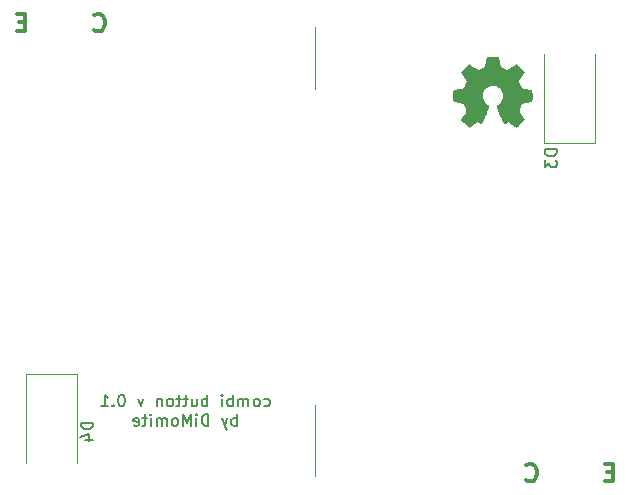
<source format=gbr>
%TF.GenerationSoftware,KiCad,Pcbnew,(5.1.6)-1*%
%TF.CreationDate,2021-04-28T12:41:24+02:00*%
%TF.ProjectId,combi_button,636f6d62-695f-4627-9574-746f6e2e6b69,rev?*%
%TF.SameCoordinates,Original*%
%TF.FileFunction,Legend,Bot*%
%TF.FilePolarity,Positive*%
%FSLAX46Y46*%
G04 Gerber Fmt 4.6, Leading zero omitted, Abs format (unit mm)*
G04 Created by KiCad (PCBNEW (5.1.6)-1) date 2021-04-28 12:41:24*
%MOMM*%
%LPD*%
G01*
G04 APERTURE LIST*
%ADD10C,0.150000*%
%ADD11C,0.300000*%
%ADD12C,0.120000*%
%ADD13C,0.010000*%
G04 APERTURE END LIST*
D10*
X95666666Y-113079761D02*
X95761904Y-113127380D01*
X95952380Y-113127380D01*
X96047619Y-113079761D01*
X96095238Y-113032142D01*
X96142857Y-112936904D01*
X96142857Y-112651190D01*
X96095238Y-112555952D01*
X96047619Y-112508333D01*
X95952380Y-112460714D01*
X95761904Y-112460714D01*
X95666666Y-112508333D01*
X95095238Y-113127380D02*
X95190476Y-113079761D01*
X95238095Y-113032142D01*
X95285714Y-112936904D01*
X95285714Y-112651190D01*
X95238095Y-112555952D01*
X95190476Y-112508333D01*
X95095238Y-112460714D01*
X94952380Y-112460714D01*
X94857142Y-112508333D01*
X94809523Y-112555952D01*
X94761904Y-112651190D01*
X94761904Y-112936904D01*
X94809523Y-113032142D01*
X94857142Y-113079761D01*
X94952380Y-113127380D01*
X95095238Y-113127380D01*
X94333333Y-113127380D02*
X94333333Y-112460714D01*
X94333333Y-112555952D02*
X94285714Y-112508333D01*
X94190476Y-112460714D01*
X94047619Y-112460714D01*
X93952380Y-112508333D01*
X93904761Y-112603571D01*
X93904761Y-113127380D01*
X93904761Y-112603571D02*
X93857142Y-112508333D01*
X93761904Y-112460714D01*
X93619047Y-112460714D01*
X93523809Y-112508333D01*
X93476190Y-112603571D01*
X93476190Y-113127380D01*
X93000000Y-113127380D02*
X93000000Y-112127380D01*
X93000000Y-112508333D02*
X92904761Y-112460714D01*
X92714285Y-112460714D01*
X92619047Y-112508333D01*
X92571428Y-112555952D01*
X92523809Y-112651190D01*
X92523809Y-112936904D01*
X92571428Y-113032142D01*
X92619047Y-113079761D01*
X92714285Y-113127380D01*
X92904761Y-113127380D01*
X93000000Y-113079761D01*
X92095238Y-113127380D02*
X92095238Y-112460714D01*
X92095238Y-112127380D02*
X92142857Y-112175000D01*
X92095238Y-112222619D01*
X92047619Y-112175000D01*
X92095238Y-112127380D01*
X92095238Y-112222619D01*
X90857142Y-113127380D02*
X90857142Y-112127380D01*
X90857142Y-112508333D02*
X90761904Y-112460714D01*
X90571428Y-112460714D01*
X90476190Y-112508333D01*
X90428571Y-112555952D01*
X90380952Y-112651190D01*
X90380952Y-112936904D01*
X90428571Y-113032142D01*
X90476190Y-113079761D01*
X90571428Y-113127380D01*
X90761904Y-113127380D01*
X90857142Y-113079761D01*
X89523809Y-112460714D02*
X89523809Y-113127380D01*
X89952380Y-112460714D02*
X89952380Y-112984523D01*
X89904761Y-113079761D01*
X89809523Y-113127380D01*
X89666666Y-113127380D01*
X89571428Y-113079761D01*
X89523809Y-113032142D01*
X89190476Y-112460714D02*
X88809523Y-112460714D01*
X89047619Y-112127380D02*
X89047619Y-112984523D01*
X89000000Y-113079761D01*
X88904761Y-113127380D01*
X88809523Y-113127380D01*
X88619047Y-112460714D02*
X88238095Y-112460714D01*
X88476190Y-112127380D02*
X88476190Y-112984523D01*
X88428571Y-113079761D01*
X88333333Y-113127380D01*
X88238095Y-113127380D01*
X87761904Y-113127380D02*
X87857142Y-113079761D01*
X87904761Y-113032142D01*
X87952380Y-112936904D01*
X87952380Y-112651190D01*
X87904761Y-112555952D01*
X87857142Y-112508333D01*
X87761904Y-112460714D01*
X87619047Y-112460714D01*
X87523809Y-112508333D01*
X87476190Y-112555952D01*
X87428571Y-112651190D01*
X87428571Y-112936904D01*
X87476190Y-113032142D01*
X87523809Y-113079761D01*
X87619047Y-113127380D01*
X87761904Y-113127380D01*
X87000000Y-112460714D02*
X87000000Y-113127380D01*
X87000000Y-112555952D02*
X86952380Y-112508333D01*
X86857142Y-112460714D01*
X86714285Y-112460714D01*
X86619047Y-112508333D01*
X86571428Y-112603571D01*
X86571428Y-113127380D01*
X85428571Y-112460714D02*
X85190476Y-113127380D01*
X84952380Y-112460714D01*
X83619047Y-112127380D02*
X83523809Y-112127380D01*
X83428571Y-112175000D01*
X83380952Y-112222619D01*
X83333333Y-112317857D01*
X83285714Y-112508333D01*
X83285714Y-112746428D01*
X83333333Y-112936904D01*
X83380952Y-113032142D01*
X83428571Y-113079761D01*
X83523809Y-113127380D01*
X83619047Y-113127380D01*
X83714285Y-113079761D01*
X83761904Y-113032142D01*
X83809523Y-112936904D01*
X83857142Y-112746428D01*
X83857142Y-112508333D01*
X83809523Y-112317857D01*
X83761904Y-112222619D01*
X83714285Y-112175000D01*
X83619047Y-112127380D01*
X82857142Y-113032142D02*
X82809523Y-113079761D01*
X82857142Y-113127380D01*
X82904761Y-113079761D01*
X82857142Y-113032142D01*
X82857142Y-113127380D01*
X81857142Y-113127380D02*
X82428571Y-113127380D01*
X82142857Y-113127380D02*
X82142857Y-112127380D01*
X82238095Y-112270238D01*
X82333333Y-112365476D01*
X82428571Y-112413095D01*
X93357142Y-114777380D02*
X93357142Y-113777380D01*
X93357142Y-114158333D02*
X93261904Y-114110714D01*
X93071428Y-114110714D01*
X92976190Y-114158333D01*
X92928571Y-114205952D01*
X92880952Y-114301190D01*
X92880952Y-114586904D01*
X92928571Y-114682142D01*
X92976190Y-114729761D01*
X93071428Y-114777380D01*
X93261904Y-114777380D01*
X93357142Y-114729761D01*
X92547619Y-114110714D02*
X92309523Y-114777380D01*
X92071428Y-114110714D02*
X92309523Y-114777380D01*
X92404761Y-115015476D01*
X92452380Y-115063095D01*
X92547619Y-115110714D01*
X90928571Y-114777380D02*
X90928571Y-113777380D01*
X90690476Y-113777380D01*
X90547619Y-113825000D01*
X90452380Y-113920238D01*
X90404761Y-114015476D01*
X90357142Y-114205952D01*
X90357142Y-114348809D01*
X90404761Y-114539285D01*
X90452380Y-114634523D01*
X90547619Y-114729761D01*
X90690476Y-114777380D01*
X90928571Y-114777380D01*
X89928571Y-114777380D02*
X89928571Y-114110714D01*
X89928571Y-113777380D02*
X89976190Y-113825000D01*
X89928571Y-113872619D01*
X89880952Y-113825000D01*
X89928571Y-113777380D01*
X89928571Y-113872619D01*
X89452380Y-114777380D02*
X89452380Y-113777380D01*
X89119047Y-114491666D01*
X88785714Y-113777380D01*
X88785714Y-114777380D01*
X88166666Y-114777380D02*
X88261904Y-114729761D01*
X88309523Y-114682142D01*
X88357142Y-114586904D01*
X88357142Y-114301190D01*
X88309523Y-114205952D01*
X88261904Y-114158333D01*
X88166666Y-114110714D01*
X88023809Y-114110714D01*
X87928571Y-114158333D01*
X87880952Y-114205952D01*
X87833333Y-114301190D01*
X87833333Y-114586904D01*
X87880952Y-114682142D01*
X87928571Y-114729761D01*
X88023809Y-114777380D01*
X88166666Y-114777380D01*
X87404761Y-114777380D02*
X87404761Y-114110714D01*
X87404761Y-114205952D02*
X87357142Y-114158333D01*
X87261904Y-114110714D01*
X87119047Y-114110714D01*
X87023809Y-114158333D01*
X86976190Y-114253571D01*
X86976190Y-114777380D01*
X86976190Y-114253571D02*
X86928571Y-114158333D01*
X86833333Y-114110714D01*
X86690476Y-114110714D01*
X86595238Y-114158333D01*
X86547619Y-114253571D01*
X86547619Y-114777380D01*
X86071428Y-114777380D02*
X86071428Y-114110714D01*
X86071428Y-113777380D02*
X86119047Y-113825000D01*
X86071428Y-113872619D01*
X86023809Y-113825000D01*
X86071428Y-113777380D01*
X86071428Y-113872619D01*
X85738095Y-114110714D02*
X85357142Y-114110714D01*
X85595238Y-113777380D02*
X85595238Y-114634523D01*
X85547619Y-114729761D01*
X85452380Y-114777380D01*
X85357142Y-114777380D01*
X84642857Y-114729761D02*
X84738095Y-114777380D01*
X84928571Y-114777380D01*
X85023809Y-114729761D01*
X85071428Y-114634523D01*
X85071428Y-114253571D01*
X85023809Y-114158333D01*
X84928571Y-114110714D01*
X84738095Y-114110714D01*
X84642857Y-114158333D01*
X84595238Y-114253571D01*
X84595238Y-114348809D01*
X85071428Y-114444047D01*
D11*
X75429428Y-80588857D02*
X74929428Y-80588857D01*
X74715142Y-81374571D02*
X75429428Y-81374571D01*
X75429428Y-79874571D01*
X74715142Y-79874571D01*
X81247714Y-81231714D02*
X81319142Y-81303142D01*
X81533428Y-81374571D01*
X81676285Y-81374571D01*
X81890571Y-81303142D01*
X82033428Y-81160285D01*
X82104857Y-81017428D01*
X82176285Y-80731714D01*
X82176285Y-80517428D01*
X82104857Y-80231714D01*
X82033428Y-80088857D01*
X81890571Y-79946000D01*
X81676285Y-79874571D01*
X81533428Y-79874571D01*
X81319142Y-79946000D01*
X81247714Y-80017428D01*
X125213428Y-118688857D02*
X124713428Y-118688857D01*
X124499142Y-119474571D02*
X125213428Y-119474571D01*
X125213428Y-117974571D01*
X124499142Y-117974571D01*
X117823714Y-119331714D02*
X117895142Y-119403142D01*
X118109428Y-119474571D01*
X118252285Y-119474571D01*
X118466571Y-119403142D01*
X118609428Y-119260285D01*
X118680857Y-119117428D01*
X118752285Y-118831714D01*
X118752285Y-118617428D01*
X118680857Y-118331714D01*
X118609428Y-118188857D01*
X118466571Y-118046000D01*
X118252285Y-117974571D01*
X118109428Y-117974571D01*
X117895142Y-118046000D01*
X117823714Y-118117428D01*
D12*
X100000000Y-113000000D02*
X100000000Y-119000000D01*
X100000000Y-81000000D02*
X100000000Y-86284000D01*
D13*
%TO.C,REF\u002A\u002A*%
G36*
X114444186Y-83968931D02*
G01*
X114360365Y-84413555D01*
X114051080Y-84541053D01*
X113741794Y-84668551D01*
X113370754Y-84416246D01*
X113266843Y-84345996D01*
X113172913Y-84283272D01*
X113093348Y-84230938D01*
X113032530Y-84191857D01*
X112994843Y-84168893D01*
X112984579Y-84163942D01*
X112966090Y-84176676D01*
X112926580Y-84211882D01*
X112870478Y-84265062D01*
X112802213Y-84331718D01*
X112726214Y-84407354D01*
X112646908Y-84487472D01*
X112568725Y-84567574D01*
X112496093Y-84643164D01*
X112433441Y-84709745D01*
X112385197Y-84762818D01*
X112355790Y-84797887D01*
X112348759Y-84809623D01*
X112358877Y-84831260D01*
X112387241Y-84878662D01*
X112430871Y-84947193D01*
X112486782Y-85032215D01*
X112551994Y-85129093D01*
X112589781Y-85184350D01*
X112658657Y-85285248D01*
X112719860Y-85376299D01*
X112770422Y-85452970D01*
X112807372Y-85510728D01*
X112827742Y-85545043D01*
X112830803Y-85552254D01*
X112823864Y-85572748D01*
X112804949Y-85620513D01*
X112776913Y-85688832D01*
X112742609Y-85770989D01*
X112704891Y-85860270D01*
X112666613Y-85949958D01*
X112630630Y-86033338D01*
X112599794Y-86103694D01*
X112576961Y-86154310D01*
X112564983Y-86178471D01*
X112564276Y-86179422D01*
X112545469Y-86184036D01*
X112495382Y-86194328D01*
X112419207Y-86209287D01*
X112322135Y-86227901D01*
X112209357Y-86249159D01*
X112143558Y-86261418D01*
X112023050Y-86284362D01*
X111914203Y-86306195D01*
X111822524Y-86325722D01*
X111753519Y-86341748D01*
X111712696Y-86353079D01*
X111704489Y-86356674D01*
X111696452Y-86381006D01*
X111689967Y-86435959D01*
X111685030Y-86515108D01*
X111681636Y-86612026D01*
X111679782Y-86720287D01*
X111679462Y-86833465D01*
X111680673Y-86945135D01*
X111683410Y-87048868D01*
X111687669Y-87138241D01*
X111693445Y-87206826D01*
X111700733Y-87248197D01*
X111705105Y-87256810D01*
X111731236Y-87267133D01*
X111786607Y-87281892D01*
X111863893Y-87299352D01*
X111955770Y-87317780D01*
X111987842Y-87323741D01*
X112142476Y-87352066D01*
X112264625Y-87374876D01*
X112358327Y-87393080D01*
X112427616Y-87407583D01*
X112476529Y-87419292D01*
X112509103Y-87429115D01*
X112529372Y-87437956D01*
X112541374Y-87446724D01*
X112543053Y-87448457D01*
X112559816Y-87476371D01*
X112585386Y-87530695D01*
X112617212Y-87604777D01*
X112652740Y-87691965D01*
X112689417Y-87785608D01*
X112724689Y-87879052D01*
X112756004Y-87965647D01*
X112780807Y-88038740D01*
X112796546Y-88091678D01*
X112800668Y-88117811D01*
X112800324Y-88118726D01*
X112786359Y-88140086D01*
X112754678Y-88187084D01*
X112708609Y-88254827D01*
X112651482Y-88338423D01*
X112586627Y-88432982D01*
X112568157Y-88459854D01*
X112502301Y-88557275D01*
X112444350Y-88646163D01*
X112397462Y-88721412D01*
X112364793Y-88777920D01*
X112349500Y-88810581D01*
X112348759Y-88814593D01*
X112361608Y-88835684D01*
X112397112Y-88877464D01*
X112450707Y-88935445D01*
X112517829Y-89005135D01*
X112593913Y-89082045D01*
X112674396Y-89161683D01*
X112754713Y-89239561D01*
X112830301Y-89311186D01*
X112896595Y-89372070D01*
X112949031Y-89417721D01*
X112983045Y-89443650D01*
X112992455Y-89447883D01*
X113014357Y-89437912D01*
X113059200Y-89411020D01*
X113119679Y-89371736D01*
X113166211Y-89340117D01*
X113250525Y-89282098D01*
X113350374Y-89213784D01*
X113450527Y-89145579D01*
X113504373Y-89109075D01*
X113686629Y-88985800D01*
X113839619Y-89068520D01*
X113909318Y-89104759D01*
X113968586Y-89132926D01*
X114008689Y-89148991D01*
X114018897Y-89151226D01*
X114031171Y-89134722D01*
X114055387Y-89088082D01*
X114089737Y-89015609D01*
X114132412Y-88921606D01*
X114181606Y-88810374D01*
X114235510Y-88686215D01*
X114292316Y-88553432D01*
X114350218Y-88416327D01*
X114407407Y-88279202D01*
X114462076Y-88146358D01*
X114512416Y-88022098D01*
X114556620Y-87910725D01*
X114592881Y-87816539D01*
X114619391Y-87743844D01*
X114634342Y-87696941D01*
X114636746Y-87680833D01*
X114617689Y-87660286D01*
X114575964Y-87626933D01*
X114520294Y-87587702D01*
X114515622Y-87584599D01*
X114371736Y-87469423D01*
X114255717Y-87335053D01*
X114168570Y-87185784D01*
X114111301Y-87025913D01*
X114084914Y-86859737D01*
X114090415Y-86691552D01*
X114128810Y-86525655D01*
X114201105Y-86366342D01*
X114222374Y-86331487D01*
X114333004Y-86190737D01*
X114463698Y-86077714D01*
X114609936Y-85993003D01*
X114767192Y-85937194D01*
X114930943Y-85910874D01*
X115096667Y-85914630D01*
X115259838Y-85949050D01*
X115415935Y-86014723D01*
X115560433Y-86112235D01*
X115605131Y-86151813D01*
X115718888Y-86275703D01*
X115801782Y-86406124D01*
X115858644Y-86552315D01*
X115890313Y-86697088D01*
X115898131Y-86859860D01*
X115872062Y-87023440D01*
X115814755Y-87182298D01*
X115728856Y-87330906D01*
X115617014Y-87463735D01*
X115481877Y-87575256D01*
X115464117Y-87587011D01*
X115407850Y-87625508D01*
X115365077Y-87658863D01*
X115344628Y-87680160D01*
X115344331Y-87680833D01*
X115348721Y-87703871D01*
X115366124Y-87756157D01*
X115394732Y-87833390D01*
X115432735Y-87931268D01*
X115478326Y-88045491D01*
X115529697Y-88171758D01*
X115585038Y-88305767D01*
X115642542Y-88443218D01*
X115700399Y-88579808D01*
X115756802Y-88711237D01*
X115809942Y-88833205D01*
X115858010Y-88941409D01*
X115899199Y-89031549D01*
X115931699Y-89099323D01*
X115953703Y-89140430D01*
X115962564Y-89151226D01*
X115989640Y-89142819D01*
X116040303Y-89120272D01*
X116105817Y-89087613D01*
X116141841Y-89068520D01*
X116294832Y-88985800D01*
X116477088Y-89109075D01*
X116570125Y-89172228D01*
X116671985Y-89241727D01*
X116767438Y-89307165D01*
X116815250Y-89340117D01*
X116882495Y-89385273D01*
X116939436Y-89421057D01*
X116978646Y-89442938D01*
X116991381Y-89447563D01*
X117009917Y-89435085D01*
X117050941Y-89400252D01*
X117110475Y-89346678D01*
X117184542Y-89277983D01*
X117269165Y-89197781D01*
X117322685Y-89146286D01*
X117416319Y-89054286D01*
X117497241Y-88971999D01*
X117562177Y-88902945D01*
X117607858Y-88850644D01*
X117631011Y-88818616D01*
X117633232Y-88812116D01*
X117622924Y-88787394D01*
X117594439Y-88737405D01*
X117550937Y-88667212D01*
X117495577Y-88581875D01*
X117431520Y-88486456D01*
X117413303Y-88459854D01*
X117346927Y-88363167D01*
X117287378Y-88276117D01*
X117237984Y-88203595D01*
X117202075Y-88150493D01*
X117182981Y-88121703D01*
X117181136Y-88118726D01*
X117183895Y-88095782D01*
X117198538Y-88045336D01*
X117222513Y-87974041D01*
X117253266Y-87888547D01*
X117288244Y-87795507D01*
X117324893Y-87701574D01*
X117360661Y-87613399D01*
X117392994Y-87537634D01*
X117419338Y-87480931D01*
X117437142Y-87449943D01*
X117438407Y-87448457D01*
X117449294Y-87439601D01*
X117467682Y-87430843D01*
X117497606Y-87421277D01*
X117543103Y-87409996D01*
X117608209Y-87396093D01*
X117696961Y-87378663D01*
X117813393Y-87356798D01*
X117961542Y-87329591D01*
X117993618Y-87323741D01*
X118088686Y-87305374D01*
X118171565Y-87287405D01*
X118234930Y-87271569D01*
X118271458Y-87259600D01*
X118276356Y-87256810D01*
X118284427Y-87232072D01*
X118290987Y-87176790D01*
X118296033Y-87097389D01*
X118299559Y-87000296D01*
X118301561Y-86891938D01*
X118302036Y-86778740D01*
X118300977Y-86667128D01*
X118298382Y-86563529D01*
X118294246Y-86474368D01*
X118288563Y-86406072D01*
X118281331Y-86365066D01*
X118276971Y-86356674D01*
X118252698Y-86348208D01*
X118197426Y-86334435D01*
X118116662Y-86316550D01*
X118015912Y-86295748D01*
X117900683Y-86273223D01*
X117837902Y-86261418D01*
X117718787Y-86239151D01*
X117612565Y-86218979D01*
X117524427Y-86201915D01*
X117459566Y-86188969D01*
X117423174Y-86181155D01*
X117417184Y-86179422D01*
X117407061Y-86159890D01*
X117385662Y-86112843D01*
X117355839Y-86045003D01*
X117320445Y-85963091D01*
X117282332Y-85873828D01*
X117244353Y-85783935D01*
X117209360Y-85700135D01*
X117180206Y-85629147D01*
X117159743Y-85577694D01*
X117150823Y-85552497D01*
X117150657Y-85551396D01*
X117160769Y-85531519D01*
X117189117Y-85485777D01*
X117232723Y-85418717D01*
X117288606Y-85334884D01*
X117353787Y-85238826D01*
X117391679Y-85183650D01*
X117460725Y-85082481D01*
X117522050Y-84990630D01*
X117572663Y-84912744D01*
X117609571Y-84853469D01*
X117629782Y-84817451D01*
X117632701Y-84809377D01*
X117620153Y-84790584D01*
X117585463Y-84750457D01*
X117533063Y-84693493D01*
X117467384Y-84624185D01*
X117392856Y-84547031D01*
X117313913Y-84466525D01*
X117234983Y-84387163D01*
X117160500Y-84313440D01*
X117094894Y-84249852D01*
X117042596Y-84200894D01*
X117008039Y-84171061D01*
X116996478Y-84163942D01*
X116977654Y-84173953D01*
X116932631Y-84202078D01*
X116865787Y-84245454D01*
X116781499Y-84301218D01*
X116684144Y-84366506D01*
X116610707Y-84416246D01*
X116239667Y-84668551D01*
X115621095Y-84413555D01*
X115537275Y-83968931D01*
X115453454Y-83524307D01*
X114528006Y-83524307D01*
X114444186Y-83968931D01*
G37*
X114444186Y-83968931D02*
X114360365Y-84413555D01*
X114051080Y-84541053D01*
X113741794Y-84668551D01*
X113370754Y-84416246D01*
X113266843Y-84345996D01*
X113172913Y-84283272D01*
X113093348Y-84230938D01*
X113032530Y-84191857D01*
X112994843Y-84168893D01*
X112984579Y-84163942D01*
X112966090Y-84176676D01*
X112926580Y-84211882D01*
X112870478Y-84265062D01*
X112802213Y-84331718D01*
X112726214Y-84407354D01*
X112646908Y-84487472D01*
X112568725Y-84567574D01*
X112496093Y-84643164D01*
X112433441Y-84709745D01*
X112385197Y-84762818D01*
X112355790Y-84797887D01*
X112348759Y-84809623D01*
X112358877Y-84831260D01*
X112387241Y-84878662D01*
X112430871Y-84947193D01*
X112486782Y-85032215D01*
X112551994Y-85129093D01*
X112589781Y-85184350D01*
X112658657Y-85285248D01*
X112719860Y-85376299D01*
X112770422Y-85452970D01*
X112807372Y-85510728D01*
X112827742Y-85545043D01*
X112830803Y-85552254D01*
X112823864Y-85572748D01*
X112804949Y-85620513D01*
X112776913Y-85688832D01*
X112742609Y-85770989D01*
X112704891Y-85860270D01*
X112666613Y-85949958D01*
X112630630Y-86033338D01*
X112599794Y-86103694D01*
X112576961Y-86154310D01*
X112564983Y-86178471D01*
X112564276Y-86179422D01*
X112545469Y-86184036D01*
X112495382Y-86194328D01*
X112419207Y-86209287D01*
X112322135Y-86227901D01*
X112209357Y-86249159D01*
X112143558Y-86261418D01*
X112023050Y-86284362D01*
X111914203Y-86306195D01*
X111822524Y-86325722D01*
X111753519Y-86341748D01*
X111712696Y-86353079D01*
X111704489Y-86356674D01*
X111696452Y-86381006D01*
X111689967Y-86435959D01*
X111685030Y-86515108D01*
X111681636Y-86612026D01*
X111679782Y-86720287D01*
X111679462Y-86833465D01*
X111680673Y-86945135D01*
X111683410Y-87048868D01*
X111687669Y-87138241D01*
X111693445Y-87206826D01*
X111700733Y-87248197D01*
X111705105Y-87256810D01*
X111731236Y-87267133D01*
X111786607Y-87281892D01*
X111863893Y-87299352D01*
X111955770Y-87317780D01*
X111987842Y-87323741D01*
X112142476Y-87352066D01*
X112264625Y-87374876D01*
X112358327Y-87393080D01*
X112427616Y-87407583D01*
X112476529Y-87419292D01*
X112509103Y-87429115D01*
X112529372Y-87437956D01*
X112541374Y-87446724D01*
X112543053Y-87448457D01*
X112559816Y-87476371D01*
X112585386Y-87530695D01*
X112617212Y-87604777D01*
X112652740Y-87691965D01*
X112689417Y-87785608D01*
X112724689Y-87879052D01*
X112756004Y-87965647D01*
X112780807Y-88038740D01*
X112796546Y-88091678D01*
X112800668Y-88117811D01*
X112800324Y-88118726D01*
X112786359Y-88140086D01*
X112754678Y-88187084D01*
X112708609Y-88254827D01*
X112651482Y-88338423D01*
X112586627Y-88432982D01*
X112568157Y-88459854D01*
X112502301Y-88557275D01*
X112444350Y-88646163D01*
X112397462Y-88721412D01*
X112364793Y-88777920D01*
X112349500Y-88810581D01*
X112348759Y-88814593D01*
X112361608Y-88835684D01*
X112397112Y-88877464D01*
X112450707Y-88935445D01*
X112517829Y-89005135D01*
X112593913Y-89082045D01*
X112674396Y-89161683D01*
X112754713Y-89239561D01*
X112830301Y-89311186D01*
X112896595Y-89372070D01*
X112949031Y-89417721D01*
X112983045Y-89443650D01*
X112992455Y-89447883D01*
X113014357Y-89437912D01*
X113059200Y-89411020D01*
X113119679Y-89371736D01*
X113166211Y-89340117D01*
X113250525Y-89282098D01*
X113350374Y-89213784D01*
X113450527Y-89145579D01*
X113504373Y-89109075D01*
X113686629Y-88985800D01*
X113839619Y-89068520D01*
X113909318Y-89104759D01*
X113968586Y-89132926D01*
X114008689Y-89148991D01*
X114018897Y-89151226D01*
X114031171Y-89134722D01*
X114055387Y-89088082D01*
X114089737Y-89015609D01*
X114132412Y-88921606D01*
X114181606Y-88810374D01*
X114235510Y-88686215D01*
X114292316Y-88553432D01*
X114350218Y-88416327D01*
X114407407Y-88279202D01*
X114462076Y-88146358D01*
X114512416Y-88022098D01*
X114556620Y-87910725D01*
X114592881Y-87816539D01*
X114619391Y-87743844D01*
X114634342Y-87696941D01*
X114636746Y-87680833D01*
X114617689Y-87660286D01*
X114575964Y-87626933D01*
X114520294Y-87587702D01*
X114515622Y-87584599D01*
X114371736Y-87469423D01*
X114255717Y-87335053D01*
X114168570Y-87185784D01*
X114111301Y-87025913D01*
X114084914Y-86859737D01*
X114090415Y-86691552D01*
X114128810Y-86525655D01*
X114201105Y-86366342D01*
X114222374Y-86331487D01*
X114333004Y-86190737D01*
X114463698Y-86077714D01*
X114609936Y-85993003D01*
X114767192Y-85937194D01*
X114930943Y-85910874D01*
X115096667Y-85914630D01*
X115259838Y-85949050D01*
X115415935Y-86014723D01*
X115560433Y-86112235D01*
X115605131Y-86151813D01*
X115718888Y-86275703D01*
X115801782Y-86406124D01*
X115858644Y-86552315D01*
X115890313Y-86697088D01*
X115898131Y-86859860D01*
X115872062Y-87023440D01*
X115814755Y-87182298D01*
X115728856Y-87330906D01*
X115617014Y-87463735D01*
X115481877Y-87575256D01*
X115464117Y-87587011D01*
X115407850Y-87625508D01*
X115365077Y-87658863D01*
X115344628Y-87680160D01*
X115344331Y-87680833D01*
X115348721Y-87703871D01*
X115366124Y-87756157D01*
X115394732Y-87833390D01*
X115432735Y-87931268D01*
X115478326Y-88045491D01*
X115529697Y-88171758D01*
X115585038Y-88305767D01*
X115642542Y-88443218D01*
X115700399Y-88579808D01*
X115756802Y-88711237D01*
X115809942Y-88833205D01*
X115858010Y-88941409D01*
X115899199Y-89031549D01*
X115931699Y-89099323D01*
X115953703Y-89140430D01*
X115962564Y-89151226D01*
X115989640Y-89142819D01*
X116040303Y-89120272D01*
X116105817Y-89087613D01*
X116141841Y-89068520D01*
X116294832Y-88985800D01*
X116477088Y-89109075D01*
X116570125Y-89172228D01*
X116671985Y-89241727D01*
X116767438Y-89307165D01*
X116815250Y-89340117D01*
X116882495Y-89385273D01*
X116939436Y-89421057D01*
X116978646Y-89442938D01*
X116991381Y-89447563D01*
X117009917Y-89435085D01*
X117050941Y-89400252D01*
X117110475Y-89346678D01*
X117184542Y-89277983D01*
X117269165Y-89197781D01*
X117322685Y-89146286D01*
X117416319Y-89054286D01*
X117497241Y-88971999D01*
X117562177Y-88902945D01*
X117607858Y-88850644D01*
X117631011Y-88818616D01*
X117633232Y-88812116D01*
X117622924Y-88787394D01*
X117594439Y-88737405D01*
X117550937Y-88667212D01*
X117495577Y-88581875D01*
X117431520Y-88486456D01*
X117413303Y-88459854D01*
X117346927Y-88363167D01*
X117287378Y-88276117D01*
X117237984Y-88203595D01*
X117202075Y-88150493D01*
X117182981Y-88121703D01*
X117181136Y-88118726D01*
X117183895Y-88095782D01*
X117198538Y-88045336D01*
X117222513Y-87974041D01*
X117253266Y-87888547D01*
X117288244Y-87795507D01*
X117324893Y-87701574D01*
X117360661Y-87613399D01*
X117392994Y-87537634D01*
X117419338Y-87480931D01*
X117437142Y-87449943D01*
X117438407Y-87448457D01*
X117449294Y-87439601D01*
X117467682Y-87430843D01*
X117497606Y-87421277D01*
X117543103Y-87409996D01*
X117608209Y-87396093D01*
X117696961Y-87378663D01*
X117813393Y-87356798D01*
X117961542Y-87329591D01*
X117993618Y-87323741D01*
X118088686Y-87305374D01*
X118171565Y-87287405D01*
X118234930Y-87271569D01*
X118271458Y-87259600D01*
X118276356Y-87256810D01*
X118284427Y-87232072D01*
X118290987Y-87176790D01*
X118296033Y-87097389D01*
X118299559Y-87000296D01*
X118301561Y-86891938D01*
X118302036Y-86778740D01*
X118300977Y-86667128D01*
X118298382Y-86563529D01*
X118294246Y-86474368D01*
X118288563Y-86406072D01*
X118281331Y-86365066D01*
X118276971Y-86356674D01*
X118252698Y-86348208D01*
X118197426Y-86334435D01*
X118116662Y-86316550D01*
X118015912Y-86295748D01*
X117900683Y-86273223D01*
X117837902Y-86261418D01*
X117718787Y-86239151D01*
X117612565Y-86218979D01*
X117524427Y-86201915D01*
X117459566Y-86188969D01*
X117423174Y-86181155D01*
X117417184Y-86179422D01*
X117407061Y-86159890D01*
X117385662Y-86112843D01*
X117355839Y-86045003D01*
X117320445Y-85963091D01*
X117282332Y-85873828D01*
X117244353Y-85783935D01*
X117209360Y-85700135D01*
X117180206Y-85629147D01*
X117159743Y-85577694D01*
X117150823Y-85552497D01*
X117150657Y-85551396D01*
X117160769Y-85531519D01*
X117189117Y-85485777D01*
X117232723Y-85418717D01*
X117288606Y-85334884D01*
X117353787Y-85238826D01*
X117391679Y-85183650D01*
X117460725Y-85082481D01*
X117522050Y-84990630D01*
X117572663Y-84912744D01*
X117609571Y-84853469D01*
X117629782Y-84817451D01*
X117632701Y-84809377D01*
X117620153Y-84790584D01*
X117585463Y-84750457D01*
X117533063Y-84693493D01*
X117467384Y-84624185D01*
X117392856Y-84547031D01*
X117313913Y-84466525D01*
X117234983Y-84387163D01*
X117160500Y-84313440D01*
X117094894Y-84249852D01*
X117042596Y-84200894D01*
X117008039Y-84171061D01*
X116996478Y-84163942D01*
X116977654Y-84173953D01*
X116932631Y-84202078D01*
X116865787Y-84245454D01*
X116781499Y-84301218D01*
X116684144Y-84366506D01*
X116610707Y-84416246D01*
X116239667Y-84668551D01*
X115621095Y-84413555D01*
X115537275Y-83968931D01*
X115453454Y-83524307D01*
X114528006Y-83524307D01*
X114444186Y-83968931D01*
D12*
%TO.C,D3*%
X123650000Y-90850000D02*
X119350000Y-90850000D01*
X119350000Y-90850000D02*
X119350000Y-83300000D01*
X123650000Y-90850000D02*
X123650000Y-83300000D01*
%TO.C,D4*%
X75498000Y-110390000D02*
X79798000Y-110390000D01*
X79798000Y-110390000D02*
X79798000Y-117940000D01*
X75498000Y-110390000D02*
X75498000Y-117940000D01*
%TO.C,D3*%
D10*
X120428380Y-91357904D02*
X119428380Y-91357904D01*
X119428380Y-91596000D01*
X119476000Y-91738857D01*
X119571238Y-91834095D01*
X119666476Y-91881714D01*
X119856952Y-91929333D01*
X119999809Y-91929333D01*
X120190285Y-91881714D01*
X120285523Y-91834095D01*
X120380761Y-91738857D01*
X120428380Y-91596000D01*
X120428380Y-91357904D01*
X119428380Y-92262666D02*
X119428380Y-92881714D01*
X119809333Y-92548380D01*
X119809333Y-92691238D01*
X119856952Y-92786476D01*
X119904571Y-92834095D01*
X119999809Y-92881714D01*
X120237904Y-92881714D01*
X120333142Y-92834095D01*
X120380761Y-92786476D01*
X120428380Y-92691238D01*
X120428380Y-92405523D01*
X120380761Y-92310285D01*
X120333142Y-92262666D01*
%TO.C,D4*%
X81148380Y-114501904D02*
X80148380Y-114501904D01*
X80148380Y-114740000D01*
X80196000Y-114882857D01*
X80291238Y-114978095D01*
X80386476Y-115025714D01*
X80576952Y-115073333D01*
X80719809Y-115073333D01*
X80910285Y-115025714D01*
X81005523Y-114978095D01*
X81100761Y-114882857D01*
X81148380Y-114740000D01*
X81148380Y-114501904D01*
X80481714Y-115930476D02*
X81148380Y-115930476D01*
X80100761Y-115692380D02*
X80815047Y-115454285D01*
X80815047Y-116073333D01*
%TD*%
M02*

</source>
